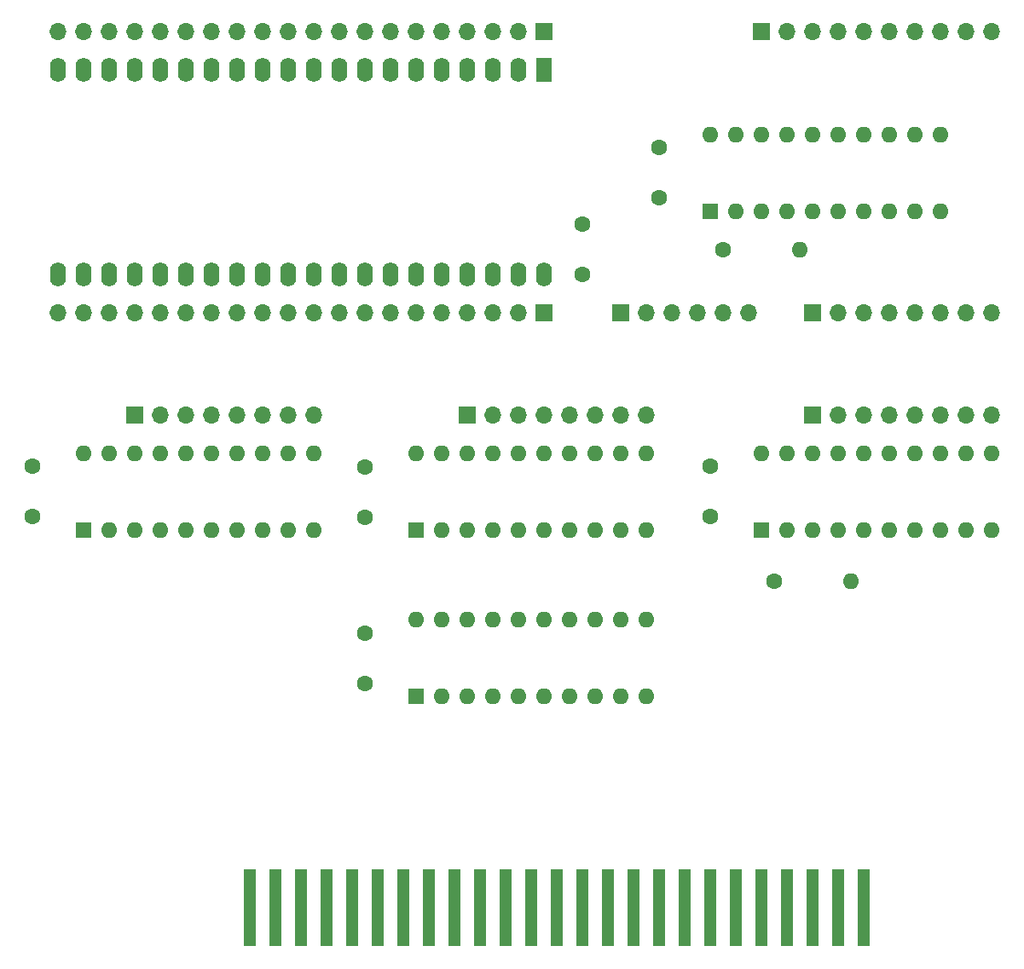
<source format=gbs>
G04 #@! TF.GenerationSoftware,KiCad,Pcbnew,(6.0.9)*
G04 #@! TF.CreationDate,2023-07-02T11:07:52+02:00*
G04 #@! TF.ProjectId,Cartucho_MSX_Tang_Nano_20k_Breakout,43617274-7563-4686-9f5f-4d53585f5461,rev?*
G04 #@! TF.SameCoordinates,Original*
G04 #@! TF.FileFunction,Soldermask,Bot*
G04 #@! TF.FilePolarity,Negative*
%FSLAX46Y46*%
G04 Gerber Fmt 4.6, Leading zero omitted, Abs format (unit mm)*
G04 Created by KiCad (PCBNEW (6.0.9)) date 2023-07-02 11:07:52*
%MOMM*%
%LPD*%
G01*
G04 APERTURE LIST*
%ADD10R,1.600000X2.400000*%
%ADD11O,1.600000X2.400000*%
%ADD12R,1.700000X1.700000*%
%ADD13O,1.700000X1.700000*%
%ADD14C,1.600000*%
%ADD15R,1.600000X1.600000*%
%ADD16O,1.600000X1.600000*%
%ADD17R,1.270000X7.620000*%
G04 APERTURE END LIST*
D10*
X110460000Y-55880000D03*
D11*
X107920000Y-55880000D03*
X105380000Y-55880000D03*
X102840000Y-55880000D03*
X100300000Y-55880000D03*
X97760000Y-55880000D03*
X95220000Y-55880000D03*
X92680000Y-55880000D03*
X90140000Y-55880000D03*
X87600000Y-55880000D03*
X85060000Y-55880000D03*
X82520000Y-55880000D03*
X79980000Y-55880000D03*
X77440000Y-55880000D03*
X74900000Y-55880000D03*
X72360000Y-55880000D03*
X69820000Y-55880000D03*
X67280000Y-55880000D03*
X64740000Y-55880000D03*
X62200000Y-55880000D03*
X62200000Y-76200000D03*
X64740000Y-76200000D03*
X67280000Y-76200000D03*
X69820000Y-76200000D03*
X72360000Y-76200000D03*
X74900000Y-76200000D03*
X77440000Y-76200000D03*
X79980000Y-76200000D03*
X82520000Y-76200000D03*
X85060000Y-76200000D03*
X87600000Y-76200000D03*
X90140000Y-76200000D03*
X92680000Y-76200000D03*
X95220000Y-76200000D03*
X97760000Y-76200000D03*
X100300000Y-76200000D03*
X102840000Y-76200000D03*
X105380000Y-76200000D03*
X107920000Y-76200000D03*
X110460000Y-76200000D03*
D12*
X110460000Y-80010000D03*
D13*
X107920000Y-80010000D03*
X105380000Y-80010000D03*
X102840000Y-80010000D03*
X100300000Y-80010000D03*
X97760000Y-80010000D03*
X95220000Y-80010000D03*
X92680000Y-80010000D03*
X90140000Y-80010000D03*
X87600000Y-80010000D03*
X85060000Y-80010000D03*
X82520000Y-80010000D03*
X79980000Y-80010000D03*
X77440000Y-80010000D03*
X74900000Y-80010000D03*
X72360000Y-80010000D03*
X69820000Y-80010000D03*
X67280000Y-80010000D03*
X64740000Y-80010000D03*
X62200000Y-80010000D03*
D14*
X114300000Y-76135000D03*
X114300000Y-71135000D03*
X127000000Y-95225000D03*
X127000000Y-100225000D03*
X59695000Y-100215000D03*
X59695000Y-95215000D03*
D15*
X64775000Y-101565000D03*
D16*
X67315000Y-101565000D03*
X69855000Y-101565000D03*
X72395000Y-101565000D03*
X74935000Y-101565000D03*
X77475000Y-101565000D03*
X80015000Y-101565000D03*
X82555000Y-101565000D03*
X85095000Y-101565000D03*
X87635000Y-101565000D03*
X87635000Y-93945000D03*
X85095000Y-93945000D03*
X82555000Y-93945000D03*
X80015000Y-93945000D03*
X77475000Y-93945000D03*
X74935000Y-93945000D03*
X72395000Y-93945000D03*
X69855000Y-93945000D03*
X67315000Y-93945000D03*
X64775000Y-93945000D03*
D17*
X142240000Y-139065000D03*
X139700000Y-139065000D03*
X137160000Y-139065000D03*
X134620000Y-139065000D03*
X132080000Y-139065000D03*
X129540000Y-139065000D03*
X127000000Y-139065000D03*
X124460000Y-139065000D03*
X121920000Y-139065000D03*
X119380000Y-139065000D03*
X116840000Y-139065000D03*
X114300000Y-139065000D03*
X111760000Y-139065000D03*
X109220000Y-139065000D03*
X106680000Y-139065000D03*
X104140000Y-139065000D03*
X101600000Y-139065000D03*
X99060000Y-139065000D03*
X96520000Y-139065000D03*
X93980000Y-139065000D03*
X91440000Y-139065000D03*
X88900000Y-139065000D03*
X86360000Y-139065000D03*
X83820000Y-139065000D03*
X81280000Y-139065000D03*
D14*
X128270000Y-73715000D03*
D16*
X135890000Y-73715000D03*
D12*
X110460000Y-52070000D03*
D13*
X107920000Y-52070000D03*
X105380000Y-52070000D03*
X102840000Y-52070000D03*
X100300000Y-52070000D03*
X97760000Y-52070000D03*
X95220000Y-52070000D03*
X92680000Y-52070000D03*
X90140000Y-52070000D03*
X87600000Y-52070000D03*
X85060000Y-52070000D03*
X82520000Y-52070000D03*
X79980000Y-52070000D03*
X77440000Y-52070000D03*
X74900000Y-52070000D03*
X72360000Y-52070000D03*
X69820000Y-52070000D03*
X67280000Y-52070000D03*
X64740000Y-52070000D03*
X62200000Y-52070000D03*
D12*
X137160000Y-79985000D03*
D13*
X139700000Y-79985000D03*
X142240000Y-79985000D03*
X144780000Y-79985000D03*
X147320000Y-79985000D03*
X149860000Y-79985000D03*
X152400000Y-79985000D03*
X154940000Y-79985000D03*
D15*
X97795000Y-118075000D03*
D16*
X100335000Y-118075000D03*
X102875000Y-118075000D03*
X105415000Y-118075000D03*
X107955000Y-118075000D03*
X110495000Y-118075000D03*
X113035000Y-118075000D03*
X115575000Y-118075000D03*
X118115000Y-118075000D03*
X120655000Y-118075000D03*
X120655000Y-110455000D03*
X118115000Y-110455000D03*
X115575000Y-110455000D03*
X113035000Y-110455000D03*
X110495000Y-110455000D03*
X107955000Y-110455000D03*
X105415000Y-110455000D03*
X102875000Y-110455000D03*
X100335000Y-110455000D03*
X97795000Y-110455000D03*
D14*
X92715000Y-100295000D03*
X92715000Y-95295000D03*
X121920000Y-68555000D03*
X121920000Y-63555000D03*
X133350000Y-106655000D03*
D16*
X140970000Y-106655000D03*
D14*
X92715000Y-116805000D03*
X92715000Y-111805000D03*
D12*
X69850000Y-90145000D03*
D13*
X72390000Y-90145000D03*
X74930000Y-90145000D03*
X77470000Y-90145000D03*
X80010000Y-90145000D03*
X82550000Y-90145000D03*
X85090000Y-90145000D03*
X87630000Y-90145000D03*
D12*
X118135000Y-79960000D03*
D13*
X120675000Y-79960000D03*
X123215000Y-79960000D03*
X125755000Y-79960000D03*
X128295000Y-79960000D03*
X130835000Y-79960000D03*
D12*
X132080000Y-52045000D03*
D13*
X134620000Y-52045000D03*
X137160000Y-52045000D03*
X139700000Y-52045000D03*
X142240000Y-52045000D03*
X144780000Y-52045000D03*
X147320000Y-52045000D03*
X149860000Y-52045000D03*
X152400000Y-52045000D03*
X154940000Y-52045000D03*
D15*
X127000000Y-69905000D03*
D16*
X129540000Y-69905000D03*
X132080000Y-69905000D03*
X134620000Y-69905000D03*
X137160000Y-69905000D03*
X139700000Y-69905000D03*
X142240000Y-69905000D03*
X144780000Y-69905000D03*
X147320000Y-69905000D03*
X149860000Y-69905000D03*
X149860000Y-62285000D03*
X147320000Y-62285000D03*
X144780000Y-62285000D03*
X142240000Y-62285000D03*
X139700000Y-62285000D03*
X137160000Y-62285000D03*
X134620000Y-62285000D03*
X132080000Y-62285000D03*
X129540000Y-62285000D03*
X127000000Y-62285000D03*
D15*
X132080000Y-101575000D03*
D16*
X134620000Y-101575000D03*
X137160000Y-101575000D03*
X139700000Y-101575000D03*
X142240000Y-101575000D03*
X144780000Y-101575000D03*
X147320000Y-101575000D03*
X149860000Y-101575000D03*
X152400000Y-101575000D03*
X154940000Y-101575000D03*
X154940000Y-93955000D03*
X152400000Y-93955000D03*
X149860000Y-93955000D03*
X147320000Y-93955000D03*
X144780000Y-93955000D03*
X142240000Y-93955000D03*
X139700000Y-93955000D03*
X137160000Y-93955000D03*
X134620000Y-93955000D03*
X132080000Y-93955000D03*
D15*
X97795000Y-101565000D03*
D16*
X100335000Y-101565000D03*
X102875000Y-101565000D03*
X105415000Y-101565000D03*
X107955000Y-101565000D03*
X110495000Y-101565000D03*
X113035000Y-101565000D03*
X115575000Y-101565000D03*
X118115000Y-101565000D03*
X120655000Y-101565000D03*
X120655000Y-93945000D03*
X118115000Y-93945000D03*
X115575000Y-93945000D03*
X113035000Y-93945000D03*
X110495000Y-93945000D03*
X107955000Y-93945000D03*
X105415000Y-93945000D03*
X102875000Y-93945000D03*
X100335000Y-93945000D03*
X97795000Y-93945000D03*
D12*
X102870000Y-90145000D03*
D13*
X105410000Y-90145000D03*
X107950000Y-90145000D03*
X110490000Y-90145000D03*
X113030000Y-90145000D03*
X115570000Y-90145000D03*
X118110000Y-90145000D03*
X120650000Y-90145000D03*
D12*
X137160000Y-90145000D03*
D13*
X139700000Y-90145000D03*
X142240000Y-90145000D03*
X144780000Y-90145000D03*
X147320000Y-90145000D03*
X149860000Y-90145000D03*
X152400000Y-90145000D03*
X154940000Y-90145000D03*
M02*

</source>
